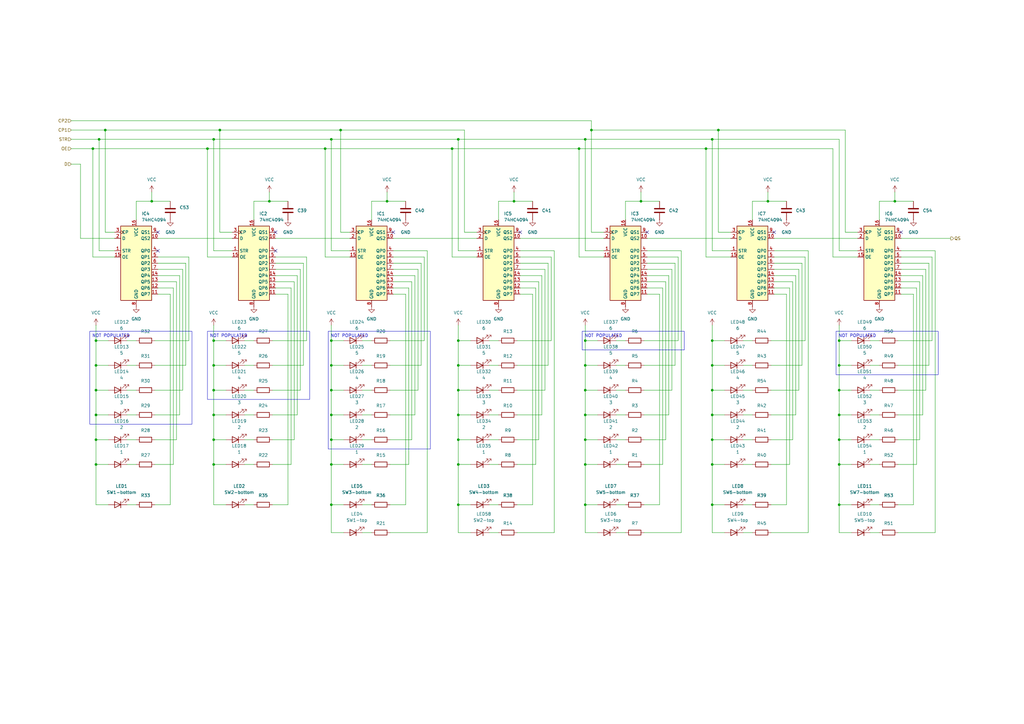
<source format=kicad_sch>
(kicad_sch (version 20231120) (generator "eeschema") (generator_version "8.0")
  (paper "A3")
  (title_block (title "Nova System Top Board") (date "2024-05-22") (rev "01") (company "tc electronic") (comment 1 "Reverse Engineered!") (comment 2 "Front Panel selection LEDs"))
  (lib_symbols
    (symbol "Device:C" (pin_numbers hide) (pin_names (offset 0.254))
      (property "Reference" "C" (at 0.635 2.54 0))
      (property "Value" "C" (at 0.635 -2.54 0))
      (symbol "C_1_1"
        (pin passive line (at 0 3.81 270) (length 2.794) (name "~") (number "1"))
        (pin passive line (at 0 -3.81 90) (length 2.794) (name "~") (number "2"))
      )
    )
    (symbol "Device:LED" (pin_numbers hide) (pin_names (offset 1.016) hide)
      (property "Reference" "D" (at 0 2.54 0))
      (property "Value" "LED" (at 0 -2.54 0))
      (symbol "LED_1_1"
        (pin passive line (at -3.81 0 0) (length 2.54) (name "K") (number "1"))
        (pin passive line (at 3.81 0 180) (length 2.54) (name "A") (number "2"))
      )
    )
    (symbol "Device:R" (pin_numbers hide) (pin_names (offset 0))
      (property "Reference" "R" (at 2.032 0 90))
      (property "Value" "R" (at 0 0 90))
      (symbol "R_1_1"
        (pin passive line (at 0 3.81 270) (length 1.27) (name "~") (number "1"))
        (pin passive line (at 0 -3.81 90) (length 1.27) (name "~") (number "2"))
      )
    )
    (symbol "ProjectLib:4094"
      (property "Reference" "U" (at -9.398 16.764 0))
      (property "Value" "4094" (at -5.588 -20.066 0))
      (symbol "4094_1_1"
        (pin input line (at -8.89 2.54 0) (length 2.54) (name "STR") (number "1"))
        (pin output line (at 8.89 7.62 180) (length 2.54) (name "QS2") (number "10"))
        (pin output line (at 8.89 -15.24 180) (length 2.54) (name "QP7") (number "11"))
        (pin output line (at 8.89 -12.7 180) (length 2.54) (name "QP6") (number "12"))
        (pin output line (at 8.89 -10.16 180) (length 2.54) (name "QP5") (number "13"))
        (pin output line (at 8.89 -7.62 180) (length 2.54) (name "QP4") (number "14"))
        (pin input line (at -8.89 0 0) (length 2.54) (name "OE") (number "15"))
        (pin power_in line (at 0 15.24 270) (length 2.54) (name "VCC") (number "16"))
        (pin input line (at -8.89 7.62 0) (length 2.54) (name "D") (number "2"))
        (pin input clock (at -8.89 10.16 0) (length 2.54) (name "CP") (number "3"))
        (pin output line (at 8.89 2.54 180) (length 2.54) (name "QP0") (number "4"))
        (pin output line (at 8.89 0 180) (length 2.54) (name "QP1") (number "5"))
        (pin output line (at 8.89 -2.54 180) (length 2.54) (name "QP2") (number "6"))
        (pin output line (at 8.89 -5.08 180) (length 2.54) (name "QP3") (number "7"))
        (pin power_in line (at 0 -20.32 90) (length 2.54) (name "GND") (number "8"))
        (pin output line (at 8.89 10.16 180) (length 2.54) (name "QS1") (number "9"))
      )
    )
    (symbol "power:GND" (power) (pin_numbers hide) (pin_names (offset 0) hide)
      (property "Value" "GND" (at 0 -3.81 0))
      (symbol "GND_1_1"
        (pin power_in line (at 0 0 270) (length 0) (name "~") (number "1"))
      )
    )
    (symbol "power:VCC" (power) (pin_numbers hide) (pin_names (offset 0) hide)
      (property "Value" "VCC" (at 0 3.556 0))
      (symbol "VCC_1_1"
        (pin power_in line (at 0 0 90) (length 0) (name "~") (number "1"))
      )
    )
  )
  (junction (at 240.03 170.18))
  (junction (at 292.1 190.5))
  (junction (at 133.35 60.96))
  (junction (at 240.03 160.02))
  (junction (at 135.89 190.5))
  (junction (at 240.03 207.01))
  (junction (at 43.18 53.34))
  (junction (at 39.37 190.5))
  (junction (at 262.89 82.55))
  (junction (at 344.17 180.34))
  (junction (at 289.56 60.96))
  (junction (at 187.96 207.01))
  (junction (at 87.63 139.7))
  (junction (at 237.49 60.96))
  (junction (at 87.63 180.34))
  (junction (at 87.63 190.5))
  (junction (at 187.96 180.34))
  (junction (at 292.1 180.34))
  (junction (at 158.75 82.55))
  (junction (at 187.96 139.7))
  (junction (at 87.63 160.02))
  (junction (at 90.17 53.34))
  (junction (at 62.23 82.55))
  (junction (at 87.63 170.18))
  (junction (at 85.09 60.96))
  (junction (at 187.96 57.15))
  (junction (at 344.17 139.7))
  (junction (at 292.1 170.18))
  (junction (at 87.63 57.15))
  (junction (at 344.17 160.02))
  (junction (at 292.1 207.01))
  (junction (at 39.37 180.34))
  (junction (at 187.96 190.5))
  (junction (at 39.37 160.02))
  (junction (at 185.42 60.96))
  (junction (at 87.63 149.86))
  (junction (at 39.37 149.86))
  (junction (at 135.89 160.02))
  (junction (at 292.1 160.02))
  (junction (at 292.1 149.86))
  (junction (at 187.96 170.18))
  (junction (at 292.1 139.7))
  (junction (at 294.64 53.34))
  (junction (at 240.03 149.86))
  (junction (at 135.89 149.86))
  (junction (at 135.89 57.15))
  (junction (at 38.1 60.96))
  (junction (at 344.17 170.18))
  (junction (at 344.17 190.5))
  (junction (at 135.89 207.01))
  (junction (at 110.49 82.55))
  (junction (at 135.89 170.18))
  (junction (at 210.82 82.55))
  (junction (at 242.57 53.34))
  (junction (at 39.37 170.18))
  (junction (at 240.03 180.34))
  (junction (at 187.96 160.02))
  (junction (at 187.96 149.86))
  (junction (at 314.96 82.55))
  (junction (at 344.17 149.86))
  (junction (at 240.03 57.15))
  (junction (at 135.89 180.34))
  (junction (at 292.1 57.15))
  (junction (at 39.37 139.7))
  (junction (at 367.03 82.55))
  (junction (at 240.03 139.7))
  (junction (at 40.64 57.15))
  (junction (at 135.89 139.7))
  (junction (at 139.7 53.34))
  (junction (at 344.17 207.01))
  (junction (at 240.03 190.5))
  (no_connect (at 161.29 95.25))
  (no_connect (at 369.57 95.25))
  (no_connect (at 64.77 95.25))
  (no_connect (at 265.43 95.25))
  (no_connect (at 213.36 95.25))
  (no_connect (at 64.77 102.87))
  (no_connect (at 317.5 95.25))
  (no_connect (at 113.03 102.87))
  (no_connect (at 113.03 95.25))
  (wire (pts (xy 171.45 160.02) (xy 160.02 160.02)))
  (wire (pts (xy 74.93 160.02) (xy 63.5 160.02)))
  (wire (pts (xy 161.29 105.41) (xy 173.99 105.41)))
  (wire (pts (xy 264.16 207.01) (xy 270.51 207.01)))
  (wire (pts (xy 187.96 139.7) (xy 187.96 149.86)))
  (wire (pts (xy 382.27 105.41) (xy 382.27 139.7)))
  (wire (pts (xy 265.43 97.79) (xy 299.72 97.79)))
  (wire (pts (xy 123.19 110.49) (xy 123.19 160.02)))
  (wire (pts (xy 135.89 160.02) (xy 135.89 170.18)))
  (wire (pts (xy 135.89 57.15) (xy 187.96 57.15)))
  (wire (pts (xy 240.03 170.18) (xy 240.03 180.34)))
  (wire (pts (xy 317.5 110.49) (xy 327.66 110.49)))
  (wire (pts (xy 193.04 190.5) (xy 187.96 190.5)))
  (wire (pts (xy 212.09 218.44) (xy 227.33 218.44)))
  (wire (pts (xy 351.79 105.41) (xy 341.63 105.41)))
  (wire (pts (xy 158.75 78.74) (xy 158.75 82.55)))
  (wire (pts (xy 161.29 115.57) (xy 168.91 115.57)))
  (wire (pts (xy 100.33 170.18) (xy 104.14 170.18)))
  (wire (pts (xy 62.23 82.55) (xy 69.85 82.55)))
  (wire (pts (xy 200.66 180.34) (xy 204.47 180.34)))
  (wire (pts (xy 240.03 139.7) (xy 245.11 139.7)))
  (wire (pts (xy 204.47 90.17) (xy 204.47 82.55)))
  (wire (pts (xy 242.57 53.34) (xy 242.57 49.53)))
  (wire (pts (xy 124.46 149.86) (xy 111.76 149.86)))
  (wire (pts (xy 168.91 115.57) (xy 168.91 180.34)))
  (wire (pts (xy 292.1 170.18) (xy 292.1 180.34)))
  (wire (pts (xy 200.66 218.44) (xy 204.47 218.44)))
  (wire (pts (xy 39.37 149.86) (xy 39.37 160.02)))
  (wire (pts (xy 187.96 218.44) (xy 193.04 218.44)))
  (wire (pts (xy 148.59 170.18) (xy 152.4 170.18)))
  (wire (pts (xy 240.03 133.35) (xy 240.03 139.7)))
  (wire (pts (xy 113.03 118.11) (xy 119.38 118.11)))
  (wire (pts (xy 195.58 95.25) (xy 190.5 95.25)))
  (wire (pts (xy 276.86 107.95) (xy 276.86 149.86)))
  (wire (pts (xy 160.02 218.44) (xy 175.26 218.44)))
  (wire (pts (xy 344.17 149.86) (xy 349.25 149.86)))
  (wire (pts (xy 356.87 218.44) (xy 360.68 218.44)))
  (wire (pts (xy 271.78 118.11) (xy 271.78 190.5)))
  (wire (pts (xy 292.1 57.15) (xy 344.17 57.15)))
  (wire (pts (xy 135.89 180.34) (xy 135.89 190.5)))
  (wire (pts (xy 135.89 180.34) (xy 140.97 180.34)))
  (wire (pts (xy 265.43 113.03) (xy 274.32 113.03)))
  (wire (pts (xy 121.92 170.18) (xy 111.76 170.18)))
  (wire (pts (xy 224.79 149.86) (xy 212.09 149.86)))
  (wire (pts (xy 148.59 207.01) (xy 152.4 207.01)))
  (wire (pts (xy 308.61 90.17) (xy 308.61 82.55)))
  (wire (pts (xy 294.64 53.34) (xy 346.71 53.34)))
  (wire (pts (xy 64.77 113.03) (xy 73.66 113.03)))
  (wire (pts (xy 39.37 149.86) (xy 44.45 149.86)))
  (wire (pts (xy 252.73 170.18) (xy 256.54 170.18)))
  (wire (pts (xy 140.97 190.5) (xy 135.89 190.5)))
  (wire (pts (xy 270.51 207.01) (xy 270.51 120.65)))
  (wire (pts (xy 327.66 160.02) (xy 316.23 160.02)))
  (wire (pts (xy 74.93 110.49) (xy 74.93 160.02)))
  (wire (pts (xy 240.03 149.86) (xy 240.03 160.02)))
  (wire (pts (xy 262.89 82.55) (xy 270.51 82.55)))
  (wire (pts (xy 344.17 139.7) (xy 349.25 139.7)))
  (wire (pts (xy 330.2 139.7) (xy 316.23 139.7)))
  (wire (pts (xy 100.33 139.7) (xy 104.14 139.7)))
  (wire (pts (xy 240.03 149.86) (xy 245.11 149.86)))
  (wire (pts (xy 328.93 107.95) (xy 328.93 149.86)))
  (wire (pts (xy 240.03 180.34) (xy 245.11 180.34)))
  (wire (pts (xy 187.96 133.35) (xy 187.96 139.7)))
  (wire (pts (xy 245.11 190.5) (xy 240.03 190.5)))
  (wire (pts (xy 135.89 190.5) (xy 135.89 207.01)))
  (wire (pts (xy 161.29 118.11) (xy 167.64 118.11)))
  (wire (pts (xy 344.17 160.02) (xy 344.17 170.18)))
  (wire (pts (xy 292.1 139.7) (xy 297.18 139.7)))
  (wire (pts (xy 175.26 218.44) (xy 175.26 102.87)))
  (wire (pts (xy 110.49 78.74) (xy 110.49 82.55)))
  (wire (pts (xy 200.66 207.01) (xy 204.47 207.01)))
  (wire (pts (xy 327.66 110.49) (xy 327.66 160.02)))
  (wire (pts (xy 344.17 170.18) (xy 344.17 180.34)))
  (wire (pts (xy 38.1 60.96) (xy 85.09 60.96)))
  (wire (pts (xy 227.33 218.44) (xy 227.33 102.87)))
  (wire (pts (xy 69.85 207.01) (xy 69.85 120.65)))
  (wire (pts (xy 356.87 190.5) (xy 360.68 190.5)))
  (wire (pts (xy 242.57 95.25) (xy 242.57 53.34)))
  (wire (pts (xy 304.8 149.86) (xy 308.61 149.86)))
  (wire (pts (xy 111.76 207.01) (xy 118.11 207.01)))
  (wire (pts (xy 375.92 190.5) (xy 368.3 190.5)))
  (wire (pts (xy 135.89 149.86) (xy 135.89 160.02)))
  (wire (pts (xy 360.68 82.55) (xy 367.03 82.55)))
  (wire (pts (xy 187.96 160.02) (xy 193.04 160.02)))
  (wire (pts (xy 317.5 115.57) (xy 325.12 115.57)))
  (wire (pts (xy 39.37 160.02) (xy 39.37 170.18)))
  (wire (pts (xy 344.17 170.18) (xy 349.25 170.18)))
  (wire (pts (xy 90.17 53.34) (xy 139.7 53.34)))
  (wire (pts (xy 204.47 82.55) (xy 210.82 82.55)))
  (wire (pts (xy 85.09 105.41) (xy 85.09 60.96)))
  (wire (pts (xy 120.65 115.57) (xy 120.65 180.34)))
  (wire (pts (xy 120.65 180.34) (xy 111.76 180.34)))
  (wire (pts (xy 195.58 102.87) (xy 187.96 102.87)))
  (wire (pts (xy 33.02 67.31) (xy 33.02 97.79)))
  (wire (pts (xy 292.1 160.02) (xy 297.18 160.02)))
  (wire (pts (xy 314.96 78.74) (xy 314.96 82.55)))
  (wire (pts (xy 64.77 97.79) (xy 95.25 97.79)))
  (wire (pts (xy 40.64 57.15) (xy 87.63 57.15)))
  (wire (pts (xy 104.14 82.55) (xy 110.49 82.55)))
  (wire (pts (xy 256.54 82.55) (xy 262.89 82.55)))
  (wire (pts (xy 316.23 218.44) (xy 331.47 218.44)))
  (wire (pts (xy 240.03 57.15) (xy 292.1 57.15)))
  (wire (pts (xy 135.89 170.18) (xy 135.89 180.34)))
  (wire (pts (xy 341.63 105.41) (xy 341.63 60.96)))
  (wire (pts (xy 160.02 207.01) (xy 166.37 207.01)))
  (wire (pts (xy 304.8 207.01) (xy 308.61 207.01)))
  (wire (pts (xy 356.87 139.7) (xy 360.68 139.7)))
  (wire (pts (xy 73.66 170.18) (xy 63.5 170.18)))
  (wire (pts (xy 317.5 113.03) (xy 326.39 113.03)))
  (wire (pts (xy 121.92 113.03) (xy 121.92 170.18)))
  (wire (pts (xy 213.36 97.79) (xy 247.65 97.79)))
  (wire (pts (xy 148.59 218.44) (xy 152.4 218.44)))
  (wire (pts (xy 39.37 180.34) (xy 44.45 180.34)))
  (wire (pts (xy 219.71 118.11) (xy 219.71 190.5)))
  (wire (pts (xy 161.29 110.49) (xy 171.45 110.49)))
  (wire (pts (xy 292.1 207.01) (xy 297.18 207.01)))
  (wire (pts (xy 113.03 97.79) (xy 143.51 97.79)))
  (wire (pts (xy 100.33 180.34) (xy 104.14 180.34)))
  (wire (pts (xy 168.91 180.34) (xy 160.02 180.34)))
  (wire (pts (xy 213.36 113.03) (xy 222.25 113.03)))
  (wire (pts (xy 317.5 107.95) (xy 328.93 107.95)))
  (wire (pts (xy 92.71 190.5) (xy 87.63 190.5)))
  (wire (pts (xy 304.8 160.02) (xy 308.61 160.02)))
  (wire (pts (xy 212.09 207.01) (xy 218.44 207.01)))
  (wire (pts (xy 39.37 207.01) (xy 44.45 207.01)))
  (wire (pts (xy 375.92 118.11) (xy 375.92 190.5)))
  (wire (pts (xy 264.16 218.44) (xy 279.4 218.44)))
  (wire (pts (xy 87.63 180.34) (xy 92.71 180.34)))
  (wire (pts (xy 185.42 105.41) (xy 185.42 60.96)))
  (wire (pts (xy 135.89 160.02) (xy 140.97 160.02)))
  (wire (pts (xy 187.96 170.18) (xy 187.96 180.34)))
  (wire (pts (xy 39.37 139.7) (xy 44.45 139.7)))
  (wire (pts (xy 29.21 53.34) (xy 43.18 53.34)))
  (wire (pts (xy 240.03 207.01) (xy 240.03 218.44)))
  (wire (pts (xy 113.03 107.95) (xy 124.46 107.95)))
  (wire (pts (xy 330.2 105.41) (xy 330.2 139.7)))
  (wire (pts (xy 292.1 149.86) (xy 297.18 149.86)))
  (wire (pts (xy 213.36 107.95) (xy 224.79 107.95)))
  (wire (pts (xy 152.4 82.55) (xy 158.75 82.55)))
  (wire (pts (xy 200.66 190.5) (xy 204.47 190.5)))
  (wire (pts (xy 87.63 160.02) (xy 87.63 170.18)))
  (wire (pts (xy 240.03 160.02) (xy 240.03 170.18)))
  (wire (pts (xy 148.59 160.02) (xy 152.4 160.02)))
  (wire (pts (xy 252.73 218.44) (xy 256.54 218.44)))
  (wire (pts (xy 40.64 57.15) (xy 40.64 102.87)))
  (wire (pts (xy 383.54 102.87) (xy 369.57 102.87)))
  (wire (pts (xy 292.1 160.02) (xy 292.1 170.18)))
  (wire (pts (xy 87.63 149.86) (xy 87.63 160.02)))
  (wire (pts (xy 294.64 95.25) (xy 294.64 53.34)))
  (wire (pts (xy 292.1 190.5) (xy 292.1 207.01)))
  (wire (pts (xy 316.23 207.01) (xy 322.58 207.01)))
  (wire (pts (xy 382.27 139.7) (xy 368.3 139.7)))
  (wire (pts (xy 44.45 190.5) (xy 39.37 190.5)))
  (wire (pts (xy 317.5 105.41) (xy 330.2 105.41)))
  (wire (pts (xy 52.07 180.34) (xy 55.88 180.34)))
  (wire (pts (xy 356.87 207.01) (xy 360.68 207.01)))
  (wire (pts (xy 46.99 95.25) (xy 43.18 95.25)))
  (wire (pts (xy 322.58 120.65) (xy 317.5 120.65)))
  (wire (pts (xy 135.89 102.87) (xy 135.89 57.15)))
  (wire (pts (xy 265.43 107.95) (xy 276.86 107.95)))
  (wire (pts (xy 368.3 207.01) (xy 374.65 207.01)))
  (wire (pts (xy 200.66 160.02) (xy 204.47 160.02)))
  (wire (pts (xy 252.73 139.7) (xy 256.54 139.7)))
  (wire (pts (xy 52.07 149.86) (xy 55.88 149.86)))
  (wire (pts (xy 252.73 180.34) (xy 256.54 180.34)))
  (wire (pts (xy 240.03 180.34) (xy 240.03 190.5)))
  (wire (pts (xy 87.63 57.15) (xy 135.89 57.15)))
  (wire (pts (xy 113.03 105.41) (xy 125.73 105.41)))
  (wire (pts (xy 200.66 149.86) (xy 204.47 149.86)))
  (wire (pts (xy 52.07 160.02) (xy 55.88 160.02)))
  (wire (pts (xy 242.57 53.34) (xy 294.64 53.34)))
  (wire (pts (xy 29.21 49.53) (xy 242.57 49.53)))
  (wire (pts (xy 135.89 207.01) (xy 140.97 207.01)))
  (wire (pts (xy 33.02 97.79) (xy 46.99 97.79)))
  (wire (pts (xy 43.18 95.25) (xy 43.18 53.34)))
  (wire (pts (xy 278.13 105.41) (xy 278.13 139.7)))
  (wire (pts (xy 133.35 60.96) (xy 185.42 60.96)))
  (wire (pts (xy 344.17 207.01) (xy 349.25 207.01)))
  (wire (pts (xy 325.12 115.57) (xy 325.12 180.34)))
  (wire (pts (xy 279.4 218.44) (xy 279.4 102.87)))
  (wire (pts (xy 381 107.95) (xy 381 149.86)))
  (wire (pts (xy 344.17 180.34) (xy 344.17 190.5)))
  (wire (pts (xy 314.96 82.55) (xy 322.58 82.55)))
  (wire (pts (xy 95.25 95.25) (xy 90.17 95.25)))
  (wire (pts (xy 187.96 180.34) (xy 187.96 190.5)))
  (wire (pts (xy 52.07 207.01) (xy 55.88 207.01)))
  (wire (pts (xy 240.03 170.18) (xy 245.11 170.18)))
  (wire (pts (xy 292.1 218.44) (xy 297.18 218.44)))
  (wire (pts (xy 247.65 102.87) (xy 240.03 102.87)))
  (wire (pts (xy 304.8 218.44) (xy 308.61 218.44)))
  (wire (pts (xy 210.82 82.55) (xy 218.44 82.55)))
  (wire (pts (xy 187.96 207.01) (xy 187.96 218.44)))
  (wire (pts (xy 304.8 170.18) (xy 308.61 170.18)))
  (wire (pts (xy 190.5 53.34) (xy 190.5 95.25)))
  (wire (pts (xy 344.17 149.86) (xy 344.17 160.02)))
  (wire (pts (xy 292.1 133.35) (xy 292.1 139.7)))
  (wire (pts (xy 187.96 149.86) (xy 187.96 160.02)))
  (wire (pts (xy 95.25 105.41) (xy 85.09 105.41)))
  (wire (pts (xy 351.79 95.25) (xy 346.71 95.25)))
  (wire (pts (xy 240.03 102.87) (xy 240.03 57.15)))
  (wire (pts (xy 349.25 190.5) (xy 344.17 190.5)))
  (wire (pts (xy 158.75 82.55) (xy 166.37 82.55)))
  (wire (pts (xy 104.14 90.17) (xy 104.14 82.55)))
  (wire (pts (xy 77.47 105.41) (xy 77.47 139.7)))
  (wire (pts (xy 135.89 139.7) (xy 135.89 149.86)))
  (wire (pts (xy 87.63 190.5) (xy 87.63 207.01)))
  (wire (pts (xy 304.8 139.7) (xy 308.61 139.7)))
  (wire (pts (xy 46.99 102.87) (xy 40.64 102.87)))
  (wire (pts (xy 270.51 120.65) (xy 265.43 120.65)))
  (wire (pts (xy 273.05 180.34) (xy 264.16 180.34)))
  (wire (pts (xy 356.87 170.18) (xy 360.68 170.18)))
  (wire (pts (xy 273.05 115.57) (xy 273.05 180.34)))
  (wire (pts (xy 369.57 105.41) (xy 382.27 105.41)))
  (wire (pts (xy 374.65 120.65) (xy 369.57 120.65)))
  (wire (pts (xy 252.73 190.5) (xy 256.54 190.5)))
  (wire (pts (xy 265.43 105.41) (xy 278.13 105.41)))
  (wire (pts (xy 195.58 105.41) (xy 185.42 105.41)))
  (wire (pts (xy 135.89 139.7) (xy 140.97 139.7)))
  (wire (pts (xy 113.03 110.49) (xy 123.19 110.49)))
  (wire (pts (xy 325.12 180.34) (xy 316.23 180.34)))
  (wire (pts (xy 271.78 190.5) (xy 264.16 190.5)))
  (wire (pts (xy 63.5 207.01) (xy 69.85 207.01)))
  (wire (pts (xy 344.17 218.44) (xy 349.25 218.44)))
  (wire (pts (xy 218.44 120.65) (xy 213.36 120.65)))
  (wire (pts (xy 87.63 149.86) (xy 92.71 149.86)))
  (wire (pts (xy 213.36 118.11) (xy 219.71 118.11)))
  (wire (pts (xy 226.06 139.7) (xy 212.09 139.7)))
  (wire (pts (xy 187.96 57.15) (xy 240.03 57.15)))
  (wire (pts (xy 76.2 107.95) (xy 76.2 149.86)))
  (wire (pts (xy 328.93 149.86) (xy 316.23 149.86)))
  (wire (pts (xy 331.47 102.87) (xy 317.5 102.87)))
  (wire (pts (xy 187.96 160.02) (xy 187.96 170.18)))
  (wire (pts (xy 274.32 113.03) (xy 274.32 170.18)))
  (wire (pts (xy 52.07 139.7) (xy 55.88 139.7)))
  (wire (pts (xy 278.13 139.7) (xy 264.16 139.7)))
  (wire (pts (xy 252.73 207.01) (xy 256.54 207.01)))
  (wire (pts (xy 297.18 190.5) (xy 292.1 190.5)))
  (wire (pts (xy 344.17 207.01) (xy 344.17 218.44)))
  (wire (pts (xy 265.43 110.49) (xy 275.59 110.49)))
  (wire (pts (xy 369.57 110.49) (xy 379.73 110.49)))
  (wire (pts (xy 379.73 110.49) (xy 379.73 160.02)))
  (wire (pts (xy 252.73 160.02) (xy 256.54 160.02)))
  (wire (pts (xy 46.99 105.41) (xy 38.1 105.41)))
  (wire (pts (xy 69.85 120.65) (xy 64.77 120.65)))
  (wire (pts (xy 85.09 60.96) (xy 133.35 60.96)))
  (wire (pts (xy 292.1 180.34) (xy 297.18 180.34)))
  (wire (pts (xy 135.89 133.35) (xy 135.89 139.7)))
  (wire (pts (xy 173.99 105.41) (xy 173.99 139.7)))
  (wire (pts (xy 64.77 118.11) (xy 71.12 118.11)))
  (wire (pts (xy 76.2 149.86) (xy 63.5 149.86)))
  (wire (pts (xy 143.51 105.41) (xy 133.35 105.41)))
  (wire (pts (xy 39.37 139.7) (xy 39.37 149.86)))
  (wire (pts (xy 247.65 95.25) (xy 242.57 95.25)))
  (wire (pts (xy 369.57 118.11) (xy 375.92 118.11)))
  (wire (pts (xy 62.23 78.74) (xy 62.23 82.55)))
  (wire (pts (xy 161.29 113.03) (xy 170.18 113.03)))
  (wire (pts (xy 77.47 139.7) (xy 63.5 139.7)))
  (wire (pts (xy 223.52 160.02) (xy 212.09 160.02)))
  (wire (pts (xy 274.32 170.18) (xy 264.16 170.18)))
  (wire (pts (xy 87.63 139.7) (xy 87.63 149.86)))
  (wire (pts (xy 39.37 190.5) (xy 39.37 207.01)))
  (wire (pts (xy 100.33 160.02) (xy 104.14 160.02)))
  (wire (pts (xy 170.18 113.03) (xy 170.18 170.18)))
  (wire (pts (xy 240.03 160.02) (xy 245.11 160.02)))
  (wire (pts (xy 379.73 160.02) (xy 368.3 160.02)))
  (wire (pts (xy 240.03 218.44) (xy 245.11 218.44)))
  (wire (pts (xy 279.4 102.87) (xy 265.43 102.87)))
  (wire (pts (xy 133.35 105.41) (xy 133.35 60.96)))
  (wire (pts (xy 360.68 90.17) (xy 360.68 82.55)))
  (wire (pts (xy 331.47 218.44) (xy 331.47 102.87)))
  (wire (pts (xy 326.39 170.18) (xy 316.23 170.18)))
  (wire (pts (xy 378.46 113.03) (xy 378.46 170.18)))
  (wire (pts (xy 344.17 133.35) (xy 344.17 139.7)))
  (wire (pts (xy 368.3 218.44) (xy 383.54 218.44)))
  (wire (pts (xy 227.33 102.87) (xy 213.36 102.87)))
  (wire (pts (xy 218.44 207.01) (xy 218.44 120.65)))
  (wire (pts (xy 213.36 105.41) (xy 226.06 105.41)))
  (wire (pts (xy 369.57 97.79) (xy 389.89 97.79)))
  (wire (pts (xy 276.86 149.86) (xy 264.16 149.86)))
  (wire (pts (xy 100.33 149.86) (xy 104.14 149.86)))
  (wire (pts (xy 172.72 107.95) (xy 172.72 149.86)))
  (wire (pts (xy 292.1 207.01) (xy 292.1 218.44)))
  (wire (pts (xy 292.1 102.87) (xy 292.1 57.15)))
  (wire (pts (xy 29.21 57.15) (xy 40.64 57.15)))
  (wire (pts (xy 52.07 190.5) (xy 55.88 190.5)))
  (wire (pts (xy 323.85 190.5) (xy 316.23 190.5)))
  (wire (pts (xy 110.49 82.55) (xy 118.11 82.55)))
  (wire (pts (xy 344.17 160.02) (xy 349.25 160.02)))
  (wire (pts (xy 64.77 105.41) (xy 77.47 105.41)))
  (wire (pts (xy 369.57 113.03) (xy 378.46 113.03)))
  (wire (pts (xy 135.89 170.18) (xy 140.97 170.18)))
  (wire (pts (xy 175.26 102.87) (xy 161.29 102.87)))
  (wire (pts (xy 167.64 118.11) (xy 167.64 190.5)))
  (wire (pts (xy 161.29 107.95) (xy 172.72 107.95)))
  (wire (pts (xy 71.12 190.5) (xy 63.5 190.5)))
  (wire (pts (xy 95.25 102.87) (xy 87.63 102.87)))
  (wire (pts (xy 166.37 120.65) (xy 161.29 120.65)))
  (wire (pts (xy 187.96 102.87) (xy 187.96 57.15)))
  (wire (pts (xy 139.7 95.25) (xy 139.7 53.34)))
  (wire (pts (xy 64.77 115.57) (xy 72.39 115.57)))
  (wire (pts (xy 344.17 102.87) (xy 344.17 57.15)))
  (wire (pts (xy 326.39 113.03) (xy 326.39 170.18)))
  (wire (pts (xy 87.63 133.35) (xy 87.63 139.7)))
  (wire (pts (xy 378.46 170.18) (xy 368.3 170.18)))
  (wire (pts (xy 240.03 139.7) (xy 240.03 149.86)))
  (wire (pts (xy 187.96 190.5) (xy 187.96 207.01)))
  (wire (pts (xy 210.82 78.74) (xy 210.82 82.55)))
  (wire (pts (xy 118.11 207.01) (xy 118.11 120.65)))
  (wire (pts (xy 52.07 170.18) (xy 55.88 170.18)))
  (wire (pts (xy 299.72 95.25) (xy 294.64 95.25)))
  (wire (pts (xy 344.17 180.34) (xy 349.25 180.34)))
  (wire (pts (xy 148.59 139.7) (xy 152.4 139.7)))
  (wire (pts (xy 87.63 102.87) (xy 87.63 57.15)))
  (wire (pts (xy 187.96 180.34) (xy 193.04 180.34)))
  (wire (pts (xy 148.59 180.34) (xy 152.4 180.34)))
  (wire (pts (xy 187.96 149.86) (xy 193.04 149.86)))
  (wire (pts (xy 377.19 180.34) (xy 368.3 180.34)))
  (wire (pts (xy 39.37 170.18) (xy 39.37 180.34)))
  (wire (pts (xy 100.33 207.01) (xy 104.14 207.01)))
  (wire (pts (xy 322.58 207.01) (xy 322.58 120.65)))
  (wire (pts (xy 200.66 139.7) (xy 204.47 139.7)))
  (wire (pts (xy 220.98 115.57) (xy 220.98 180.34)))
  (wire (pts (xy 90.17 95.25) (xy 90.17 53.34)))
  (wire (pts (xy 125.73 105.41) (xy 125.73 139.7)))
  (wire (pts (xy 123.19 160.02) (xy 111.76 160.02)))
  (wire (pts (xy 173.99 139.7) (xy 160.02 139.7)))
  (wire (pts (xy 344.17 190.5) (xy 344.17 207.01)))
  (wire (pts (xy 275.59 110.49) (xy 275.59 160.02)))
  (wire (pts (xy 148.59 149.86) (xy 152.4 149.86)))
  (wire (pts (xy 185.42 60.96) (xy 237.49 60.96)))
  (wire (pts (xy 172.72 149.86) (xy 160.02 149.86)))
  (wire (pts (xy 64.77 107.95) (xy 76.2 107.95)))
  (wire (pts (xy 143.51 95.25) (xy 139.7 95.25)))
  (wire (pts (xy 87.63 160.02) (xy 92.71 160.02)))
  (wire (pts (xy 222.25 113.03) (xy 222.25 170.18)))
  (wire (pts (xy 38.1 105.41) (xy 38.1 60.96)))
  (wire (pts (xy 39.37 180.34) (xy 39.37 190.5)))
  (wire (pts (xy 29.21 60.96) (xy 38.1 60.96)))
  (wire (pts (xy 43.18 53.34) (xy 90.17 53.34)))
  (wire (pts (xy 381 149.86) (xy 368.3 149.86)))
  (wire (pts (xy 213.36 115.57) (xy 220.98 115.57)))
  (wire (pts (xy 351.79 102.87) (xy 344.17 102.87)))
  (wire (pts (xy 87.63 180.34) (xy 87.63 190.5)))
  (wire (pts (xy 292.1 139.7) (xy 292.1 149.86)))
  (wire (pts (xy 72.39 115.57) (xy 72.39 180.34)))
  (wire (pts (xy 87.63 207.01) (xy 92.71 207.01)))
  (wire (pts (xy 135.89 149.86) (xy 140.97 149.86)))
  (wire (pts (xy 299.72 102.87) (xy 292.1 102.87)))
  (wire (pts (xy 265.43 115.57) (xy 273.05 115.57)))
  (wire (pts (xy 113.03 115.57) (xy 120.65 115.57)))
  (wire (pts (xy 113.03 113.03) (xy 121.92 113.03)))
  (wire (pts (xy 87.63 139.7) (xy 92.71 139.7)))
  (wire (pts (xy 240.03 207.01) (xy 245.11 207.01)))
  (wire (pts (xy 317.5 118.11) (xy 323.85 118.11)))
  (wire (pts (xy 55.88 82.55) (xy 62.23 82.55)))
  (wire (pts (xy 55.88 90.17) (xy 55.88 82.55)))
  (wire (pts (xy 369.57 115.57) (xy 377.19 115.57)))
  (wire (pts (xy 317.5 97.79) (xy 351.79 97.79)))
  (wire (pts (xy 87.63 170.18) (xy 87.63 180.34)))
  (wire (pts (xy 167.64 190.5) (xy 160.02 190.5)))
  (wire (pts (xy 170.18 170.18) (xy 160.02 170.18)))
  (wire (pts (xy 262.89 78.74) (xy 262.89 82.55)))
  (wire (pts (xy 356.87 160.02) (xy 360.68 160.02)))
  (wire (pts (xy 135.89 207.01) (xy 135.89 218.44)))
  (wire (pts (xy 148.59 190.5) (xy 152.4 190.5)))
  (wire (pts (xy 187.96 170.18) (xy 193.04 170.18)))
  (wire (pts (xy 166.37 207.01) (xy 166.37 120.65)))
  (wire (pts (xy 39.37 170.18) (xy 44.45 170.18)))
  (wire (pts (xy 292.1 170.18) (xy 297.18 170.18)))
  (wire (pts (xy 323.85 118.11) (xy 323.85 190.5)))
  (wire (pts (xy 125.73 139.7) (xy 111.76 139.7)))
  (wire (pts (xy 377.19 115.57) (xy 377.19 180.34)))
  (wire (pts (xy 292.1 149.86) (xy 292.1 160.02)))
  (wire (pts (xy 119.38 118.11) (xy 119.38 190.5)))
  (wire (pts (xy 213.36 110.49) (xy 223.52 110.49)))
  (wire (pts (xy 304.8 190.5) (xy 308.61 190.5)))
  (wire (pts (xy 161.29 97.79) (xy 195.58 97.79)))
  (wire (pts (xy 152.4 90.17) (xy 152.4 82.55)))
  (wire (pts (xy 139.7 53.34) (xy 190.5 53.34)))
  (wire (pts (xy 220.98 180.34) (xy 212.09 180.34)))
  (wire (pts (xy 367.03 82.55) (xy 374.65 82.55)))
  (wire (pts (xy 73.66 113.03) (xy 73.66 170.18)))
  (wire (pts (xy 308.61 82.55) (xy 314.96 82.55)))
  (wire (pts (xy 171.45 110.49) (xy 171.45 160.02)))
  (wire (pts (xy 124.46 107.95) (xy 124.46 149.86)))
  (wire (pts (xy 369.57 107.95) (xy 381 107.95)))
  (wire (pts (xy 292.1 180.34) (xy 292.1 190.5)))
  (wire (pts (xy 346.71 95.25) (xy 346.71 53.34)))
  (wire (pts (xy 344.17 139.7) (xy 344.17 149.86)))
  (wire (pts (xy 252.73 149.86) (xy 256.54 149.86)))
  (wire (pts (xy 247.65 105.41) (xy 237.49 105.41)))
  (wire (pts (xy 222.25 170.18) (xy 212.09 170.18)))
  (wire (pts (xy 289.56 105.41) (xy 289.56 60.96)))
  (wire (pts (xy 240.03 190.5) (xy 240.03 207.01)))
  (wire (pts (xy 356.87 149.86) (xy 360.68 149.86)))
  (wire (pts (xy 87.63 170.18) (xy 92.71 170.18)))
  (wire (pts (xy 219.71 190.5) (xy 212.09 190.5)))
  (wire (pts (xy 187.96 207.01) (xy 193.04 207.01)))
  (wire (pts (xy 200.66 170.18) (xy 204.47 170.18)))
  (wire (pts (xy 143.51 102.87) (xy 135.89 102.87)))
  (wire (pts (xy 39.37 160.02) (xy 44.45 160.02)))
  (wire (pts (xy 299.72 105.41) (xy 289.56 105.41)))
  (wire (pts (xy 71.12 118.11) (xy 71.12 190.5)))
  (wire (pts (xy 135.89 218.44) (xy 140.97 218.44)))
  (wire (pts (xy 100.33 190.5) (xy 104.14 190.5)))
  (wire (pts (xy 383.54 218.44) (xy 383.54 102.87)))
  (wire (pts (xy 237.49 60.96) (xy 289.56 60.96)))
  (wire (pts (xy 72.39 180.34) (xy 63.5 180.34)))
  (wire (pts (xy 187.96 139.7) (xy 193.04 139.7)))
  (wire (pts (xy 374.65 207.01) (xy 374.65 120.65)))
  (wire (pts (xy 224.79 107.95) (xy 224.79 149.86)))
  (wire (pts (xy 256.54 90.17) (xy 256.54 82.55)))
  (wire (pts (xy 119.38 190.5) (xy 111.76 190.5)))
  (wire (pts (xy 275.59 160.02) (xy 264.16 160.02)))
  (wire (pts (xy 118.11 120.65) (xy 113.03 120.65)))
  (wire (pts (xy 356.87 180.34) (xy 360.68 180.34)))
  (wire (pts (xy 226.06 105.41) (xy 226.06 139.7)))
  (wire (pts (xy 64.77 110.49) (xy 74.93 110.49)))
  (wire (pts (xy 29.21 67.31) (xy 33.02 67.31)))
  (wire (pts (xy 304.8 180.34) (xy 308.61 180.34)))
  (wire (pts (xy 367.03 78.74) (xy 367.03 82.55)))
  (wire (pts (xy 265.43 118.11) (xy 271.78 118.11)))
  (wire (pts (xy 289.56 60.96) (xy 341.63 60.96)))
  (wire (pts (xy 223.52 110.49) (xy 223.52 160.02)))
  (wire (pts (xy 39.37 133.35) (xy 39.37 139.7)))
  (wire (pts (xy 237.49 105.41) (xy 237.49 60.96)))
  (text_box "NOT POPULATED" (at 238.76 135.89 0) (size 41.91 7.62) (effects (font (size 1.27 1.27)) (justify left top)))
  (text_box "NOT POPULATED" (at 134.62 135.89 0) (size 41.91 48.26) (effects (font (size 1.27 1.27)) (justify left top)))
  (text_box "NOT POPULATED" (at 342.9 135.89 0) (size 41.91 17.78) (effects (font (size 1.27 1.27)) (justify left top)))
  (text_box "NOT POPULATED" (at 36.83 135.89 0) (size 41.91 38.1) (effects (font (size 1.27 1.27)) (justify left top)))
  (text_box "NOT POPULATED" (at 85.09 135.89 0) (size 41.91 27.94) (effects (font (size 1.27 1.27)) (justify left top)))
  (hierarchical_label "D" (shape input) (at 29.21 67.31 180))
  (hierarchical_label "STR" (shape input) (at 29.21 57.15 180))
  (hierarchical_label "QS" (shape output) (at 389.89 97.79 0))
  (hierarchical_label "OE" (shape input) (at 29.21 60.96 180))
  (hierarchical_label "CP2" (shape input) (at 29.21 49.53 180))
  (hierarchical_label "CP1" (shape input) (at 29.21 53.34 180))
  (symbol (lib_id "power:VCC") (at 110.49 78.74 0) (unit 1)
    (property "Reference" "#PWR09" (effects (hide yes)))
    (property "Value" "VCC" (at 110.49 73.66 0))
    (property "Description" "Power symbol creates a global label with name \"VCC\"" (effects (hide yes)))
  )
  (symbol (lib_id "Device:R") (at 364.49 180.34 90) (unit 1)
    (property "Reference" "R46" (at 364.49 176.53 90))
    (property "Value" "681" (effects (hide yes)))
    (property "Description" "Resistor" (effects (hide yes)))
  )
  (symbol (lib_id "Device:R") (at 312.42 190.5 90) (unit 1)
    (property "Reference" "R40" (at 312.42 186.69 90))
    (property "Value" "681" (effects (hide yes)))
    (property "Description" "Resistor" (effects (hide yes)))
  )
  (symbol (lib_id "power:GND") (at 308.61 125.73 0) (unit 1)
    (property "Reference" "#PWR024" (effects (hide yes)))
    (property "Value" "GND" (at 308.61 130.81 0))
    (property "Description" "Power symbol creates a global label with name \"GND\" , ground" (effects (hide yes)))
  )
  (symbol (lib_id "power:VCC") (at 292.1 133.35 0) (unit 1)
    (property "Reference" "#PWR023" (effects (hide yes)))
    (property "Value" "VCC" (at 292.1 128.27 0))
    (property "Description" "Power symbol creates a global label with name \"VCC\"" (effects (hide yes)))
  )
  (symbol (lib_id "Device:LED") (at 300.99 180.34 180) (unit 1)
    (property "Reference" "LED44" (at 302.5775 172.72 0))
    (property "Value" "2" (at 302.5775 175.26 0))
    (property "Description" "Light emitting diode" (effects (hide yes)))
  )
  (symbol (lib_id "Device:R") (at 107.95 207.01 90) (unit 1)
    (property "Reference" "R35" (at 107.95 203.2 90))
    (property "Description" "Resistor" (effects (hide yes)))
  )
  (symbol (lib_id "Device:LED") (at 353.06 139.7 180) (unit 1)
    (property "Reference" "LED49" (at 354.6475 132.08 0))
    (property "Value" "6" (at 354.6475 134.62 0))
    (property "Description" "Light emitting diode" (effects (hide yes)))
  )
  (symbol (lib_id "Device:R") (at 364.49 218.44 90) (unit 1)
    (property "Reference" "R51" (at 364.49 214.63 90))
    (property "Description" "Resistor" (effects (hide yes)))
  )
  (symbol (lib_id "Device:LED") (at 353.06 190.5 180) (unit 1)
    (property "Reference" "LED54" (at 354.6475 182.88 0))
    (property "Value" "1" (at 354.6475 185.42 0))
    (property "Description" "Light emitting diode" (effects (hide yes)))
  )
  (symbol (lib_id "power:VCC") (at 240.03 133.35 0) (unit 1)
    (property "Reference" "#PWR019" (effects (hide yes)))
    (property "Value" "VCC" (at 240.03 128.27 0))
    (property "Description" "Power symbol creates a global label with name \"VCC\"" (effects (hide yes)))
  )
  (symbol (lib_id "Device:R") (at 59.69 160.02 90) (unit 1)
    (property "Reference" "R30" (at 59.69 156.21 90))
    (property "Value" "681" (effects (hide yes)))
    (property "Description" "Resistor" (effects (hide yes)))
  )
  (symbol (lib_id "Device:C") (at 374.65 86.36 0) (unit 1)
    (property "Reference" "C54" (at 378.46 86.3599 0) (effects (justify left)))
    (property "Value" "C" (effects (hide yes)))
    (property "Description" "Unpolarized capacitor" (effects (hide yes)))
  )
  (symbol (lib_id "Device:C") (at 69.85 86.36 0) (unit 1)
    (property "Reference" "C53" (at 73.66 85.0899 0) (effects (justify left)))
    (property "Value" "C" (effects (hide yes)))
    (property "Description" "Unpolarized capacitor" (effects (hide yes)))
  )
  (symbol (lib_id "Device:LED") (at 96.52 190.5 180) (unit 1)
    (property "Reference" "LED18" (at 98.1075 182.88 0))
    (property "Value" "1" (at 98.1075 185.42 0))
    (property "Description" "Light emitting diode" (effects (hide yes)))
  )
  (symbol (lib_id "Device:LED") (at 144.78 218.44 180) (unit 1)
    (property "Reference" "LED4" (at 146.3675 210.82 0))
    (property "Value" "SW1-top" (at 146.3675 213.36 0))
    (property "Description" "Light emitting diode" (effects (hide yes)))
  )
  (symbol (lib_id "Device:R") (at 260.35 190.5 90) (unit 1)
    (property "Reference" "R1" (at 260.35 186.69 90))
    (property "Value" "681" (effects (hide yes)))
    (property "Description" "Resistor" (effects (hide yes)))
  )
  (symbol (lib_id "Device:R") (at 260.35 180.34 90) (unit 1)
    (property "Reference" "R2" (at 260.35 176.53 90))
    (property "Value" "681" (effects (hide yes)))
    (property "Description" "Resistor" (effects (hide yes)))
  )
  (symbol (lib_id "Device:R") (at 107.95 139.7 90) (unit 1)
    (property "Reference" "R27" (at 107.95 135.89 90))
    (property "Value" "681" (effects (hide yes)))
    (property "Description" "Resistor" (effects (hide yes)))
  )
  (symbol (lib_id "power:GND") (at 204.47 125.73 0) (unit 1)
    (property "Reference" "#PWR016" (effects (hide yes)))
    (property "Value" "GND" (at 204.47 130.81 0))
    (property "Description" "Power symbol creates a global label with name \"GND\" , ground" (effects (hide yes)))
  )
  (symbol (lib_id "Device:R") (at 107.95 180.34 90) (unit 1)
    (property "Reference" "R23" (at 107.95 176.53 90))
    (property "Value" "681" (effects (hide yes)))
    (property "Description" "Resistor" (effects (hide yes)))
  )
  (symbol (lib_id "Device:R") (at 312.42 160.02 90) (unit 1)
    (property "Reference" "R54" (at 312.42 156.21 90))
    (property "Value" "681" (effects (hide yes)))
    (property "Description" "Resistor" (effects (hide yes)))
  )
  (symbol (lib_id "Device:R") (at 312.42 139.7 90) (unit 1)
    (property "Reference" "R44" (at 312.42 135.89 90))
    (property "Value" "681" (effects (hide yes)))
    (property "Description" "Resistor" (effects (hide yes)))
  )
  (symbol (lib_id "Device:LED") (at 48.26 190.5 180) (unit 1)
    (property "Reference" "LED17" (at 49.8475 182.88 0))
    (property "Value" "1" (at 49.8475 185.42 0))
    (property "Description" "Light emitting diode" (effects (hide yes)))
  )
  (symbol (lib_id "Device:LED") (at 48.26 180.34 180) (unit 1)
    (property "Reference" "LED16" (at 49.8475 172.72 0))
    (property "Value" "2" (at 49.8475 175.26 0))
    (property "Description" "Light emitting diode" (effects (hide yes)))
  )
  (symbol (lib_id "Device:LED") (at 248.92 180.34 180) (unit 1)
    (property "Reference" "LED41" (at 250.5075 172.72 0))
    (property "Value" "2" (at 250.5075 175.26 0))
    (property "Description" "Light emitting diode" (effects (hide yes)))
  )
  (symbol (lib_id "Device:LED") (at 196.85 149.86 180) (unit 1)
    (property "Reference" "LED31" (at 198.4375 142.24 0))
    (property "Value" "5" (at 198.4375 144.78 0))
    (property "Description" "Light emitting diode" (effects (hide yes)))
  )
  (symbol (lib_id "Device:LED") (at 196.85 218.44 180) (unit 1)
    (property "Reference" "LED58" (at 198.4375 210.82 0))
    (property "Value" "SW2-top" (at 198.4375 213.36 0))
    (property "Description" "Light emitting diode" (effects (hide yes)))
  )
  (symbol (lib_id "ProjectLib:4094") (at 308.61 105.41 0) (unit 1)
    (property "Reference" "IC7" (at 310.8041 87.63 0) (effects (justify left)))
    (property "Value" "74HC4094" (at 310.8041 90.17 0) (effects (justify left)))
    (property "Description" "8-stage shift-and-store bus register" (effects (hide yes)))
  )
  (symbol (lib_id "Device:R") (at 260.35 139.7 90) (unit 1)
    (property "Reference" "R6" (at 260.35 135.89 90))
    (property "Value" "681" (effects (hide yes)))
    (property "Description" "Resistor" (effects (hide yes)))
  )
  (symbol (lib_id "Device:R") (at 260.35 207.01 90) (unit 1)
    (property "Reference" "R37" (at 260.35 203.2 90))
    (property "Description" "Resistor" (effects (hide yes)))
  )
  (symbol (lib_id "Device:LED") (at 248.92 190.5 180) (unit 1)
    (property "Reference" "LED42" (at 250.5075 182.88 0))
    (property "Value" "1" (at 250.5075 185.42 0))
    (property "Description" "Light emitting diode" (effects (hide yes)))
  )
  (symbol (lib_id "Device:LED") (at 196.85 180.34 180) (unit 1)
    (property "Reference" "LED34" (at 198.4375 172.72 0))
    (property "Value" "2" (at 198.4375 175.26 0))
    (property "Description" "Light emitting diode" (effects (hide yes)))
  )
  (symbol (lib_id "Device:R") (at 156.21 160.02 90) (unit 1)
    (property "Reference" "R18" (at 156.21 156.21 90))
    (property "Value" "681" (effects (hide yes)))
    (property "Description" "Resistor" (effects (hide yes)))
  )
  (symbol (lib_id "Device:LED") (at 96.52 149.86 180) (unit 1)
    (property "Reference" "LED22" (at 98.1075 142.24 0))
    (property "Value" "5" (at 98.1075 144.78 0))
    (property "Description" "Light emitting diode" (effects (hide yes)))
  )
  (symbol (lib_id "Device:R") (at 260.35 170.18 90) (unit 1)
    (property "Reference" "R3" (at 260.35 166.37 90))
    (property "Value" "681" (effects (hide yes)))
    (property "Description" "Resistor" (effects (hide yes)))
  )
  (symbol (lib_id "Device:LED") (at 300.99 139.7 180) (unit 1)
    (property "Reference" "LED48" (at 302.5775 132.08 0))
    (property "Value" "6" (at 302.5775 134.62 0))
    (property "Description" "Light emitting diode" (effects (hide yes)))
  )
  (symbol (lib_id "power:VCC") (at 210.82 78.74 0) (unit 1)
    (property "Reference" "#PWR017" (effects (hide yes)))
    (property "Value" "VCC" (at 210.82 73.66 0))
    (property "Description" "Power symbol creates a global label with name \"VCC\"" (effects (hide yes)))
  )
  (symbol (lib_id "Device:R") (at 156.21 190.5 90) (unit 1)
    (property "Reference" "R15" (at 156.21 186.69 90))
    (property "Value" "681" (effects (hide yes)))
    (property "Description" "Resistor" (effects (hide yes)))
  )
  (symbol (lib_id "Device:LED") (at 353.06 160.02 180) (unit 1)
    (property "Reference" "LED51" (at 354.6475 152.4 0))
    (property "Value" "4" (at 354.6475 154.94 0))
    (property "Description" "Light emitting diode" (effects (hide yes)))
  )
  (symbol (lib_id "Device:R") (at 364.49 149.86 90) (unit 1)
    (property "Reference" "R49" (at 364.49 146.05 90))
    (property "Value" "681" (effects (hide yes)))
    (property "Description" "Resistor" (effects (hide yes)))
  )
  (symbol (lib_id "power:GND") (at 218.44 90.17 0) (unit 1)
    (property "Reference" "#PWR018" (effects (hide yes)))
    (property "Value" "GND" (at 218.44 95.25 0))
    (property "Description" "Power symbol creates a global label with name \"GND\" , ground" (effects (hide yes)))
  )
  (symbol (lib_id "Device:LED") (at 353.06 170.18 180) (unit 1)
    (property "Reference" "LED52" (at 354.6475 162.56 0))
    (property "Value" "3" (at 354.6475 165.1 0))
    (property "Description" "Light emitting diode" (effects (hide yes)))
  )
  (symbol (lib_id "Device:R") (at 364.49 139.7 90) (unit 1)
    (property "Reference" "R50" (at 364.49 135.89 90))
    (property "Value" "681" (effects (hide yes)))
    (property "Description" "Resistor" (effects (hide yes)))
  )
  (symbol (lib_id "Device:R") (at 156.21 207.01 90) (unit 1)
    (property "Reference" "R36" (at 156.21 203.2 90))
    (property "Description" "Resistor" (effects (hide yes)))
  )
  (symbol (lib_id "Device:LED") (at 48.26 207.01 180) (unit 1)
    (property "Reference" "LED1" (at 49.8475 199.39 0))
    (property "Value" "SW1-bottom" (at 49.8475 201.93 0))
    (property "Description" "Light emitting diode" (effects (hide yes)))
  )
  (symbol (lib_id "Device:LED") (at 48.26 149.86 180) (unit 1)
    (property "Reference" "LED13" (at 49.8475 142.24 0))
    (property "Value" "5" (at 49.8475 144.78 0))
    (property "Description" "Light emitting diode" (effects (hide yes)))
  )
  (symbol (lib_id "Device:LED") (at 96.52 139.7 180) (unit 1)
    (property "Reference" "LED23" (at 98.1075 132.08 0))
    (property "Value" "6" (at 98.1075 134.62 0))
    (property "Description" "Light emitting diode" (effects (hide yes)))
  )
  (symbol (lib_id "Device:R") (at 59.69 207.01 90) (unit 1)
    (property "Reference" "R33" (at 59.69 203.2 90))
    (property "Description" "Resistor" (effects (hide yes)))
  )
  (symbol (lib_id "Device:R") (at 364.49 160.02 90) (unit 1)
    (property "Reference" "R48" (at 364.49 156.21 90))
    (property "Value" "681" (effects (hide yes)))
    (property "Description" "Resistor" (effects (hide yes)))
  )
  (symbol (lib_id "power:GND") (at 55.88 125.73 0) (unit 1)
    (property "Reference" "#PWR05" (effects (hide yes)))
    (property "Value" "GND" (at 55.88 130.81 0))
    (property "Description" "Power symbol creates a global label with name \"GND\" , ground" (effects (hide yes)))
  )
  (symbol (lib_id "power:GND") (at 322.58 90.17 0) (unit 1)
    (property "Reference" "#PWR026" (effects (hide yes)))
    (property "Value" "GND" (at 322.58 95.25 0))
    (property "Description" "Power symbol creates a global label with name \"GND\" , ground" (effects (hide yes)))
  )
  (symbol (lib_id "power:VCC") (at 39.37 133.35 0) (unit 1)
    (property "Reference" "#PWR03" (effects (hide yes)))
    (property "Value" "VCC" (at 39.37 128.27 0))
    (property "Description" "Power symbol creates a global label with name \"VCC\"" (effects (hide yes)))
  )
  (symbol (lib_id "Device:R") (at 208.28 170.18 90) (unit 1)
    (property "Reference" "R10" (at 208.28 166.37 90))
    (property "Value" "681" (effects (hide yes)))
    (property "Description" "Resistor" (effects (hide yes)))
  )
  (symbol (lib_id "Device:R") (at 208.28 149.86 90) (unit 1)
    (property "Reference" "R12" (at 208.28 146.05 90))
    (property "Value" "681" (effects (hide yes)))
    (property "Description" "Resistor" (effects (hide yes)))
  )
  (symbol (lib_id "Device:R") (at 208.28 218.44 90) (unit 1)
    (property "Reference" "R14" (at 208.28 214.63 90))
    (property "Description" "Resistor" (effects (hide yes)))
  )
  (symbol (lib_id "Device:LED") (at 196.85 207.01 180) (unit 1)
    (property "Reference" "LED3" (at 198.4375 199.39 0))
    (property "Value" "SW4-bottom" (at 198.4375 201.93 0))
    (property "Description" "Light emitting diode" (effects (hide yes)))
  )
  (symbol (lib_id "power:VCC") (at 262.89 78.74 0) (unit 1)
    (property "Reference" "#PWR021" (effects (hide yes)))
    (property "Value" "VCC" (at 262.89 73.66 0))
    (property "Description" "Power symbol creates a global label with name \"VCC\"" (effects (hide yes)))
  )
  (symbol (lib_id "Device:LED") (at 353.06 207.01 180) (unit 1)
    (property "Reference" "LED11" (at 354.6475 199.39 0))
    (property "Value" "SW7-bottom" (at 354.6475 201.93 0))
    (property "Description" "Light emitting diode" (effects (hide yes)))
  )
  (symbol (lib_id "ProjectLib:4094") (at 256.54 105.41 0) (unit 1)
    (property "Reference" "IC3" (at 258.7341 87.63 0) (effects (justify left)))
    (property "Value" "74HC4094" (at 258.7341 90.17 0) (effects (justify left)))
    (property "Description" "8-stage shift-and-store bus register" (effects (hide yes)))
  )
  (symbol (lib_id "power:VCC") (at 314.96 78.74 0) (unit 1)
    (property "Reference" "#PWR025" (effects (hide yes)))
    (property "Value" "VCC" (at 314.96 73.66 0))
    (property "Description" "Power symbol creates a global label with name \"VCC\"" (effects (hide yes)))
  )
  (symbol (lib_id "Device:R") (at 260.35 218.44 90) (unit 1)
    (property "Reference" "R7" (at 260.35 214.63 90))
    (property "Description" "Resistor" (effects (hide yes)))
  )
  (symbol (lib_id "Device:R") (at 156.21 139.7 90) (unit 1)
    (property "Reference" "R20" (at 156.21 135.89 90))
    (property "Value" "681" (effects (hide yes)))
    (property "Description" "Resistor" (effects (hide yes)))
  )
  (symbol (lib_id "Device:R") (at 312.42 149.86 90) (unit 1)
    (property "Reference" "R43" (at 312.42 146.05 90))
    (property "Value" "681" (effects (hide yes)))
    (property "Description" "Resistor" (effects (hide yes)))
  )
  (symbol (lib_id "Device:C") (at 118.11 86.36 0) (unit 1)
    (property "Reference" "C39" (at 121.92 86.3599 0) (effects (justify left)))
    (property "Value" "C" (effects (hide yes)))
    (property "Description" "Unpolarized capacitor" (effects (hide yes)))
  )
  (symbol (lib_id "Device:LED") (at 353.06 218.44 180) (unit 1)
    (property "Reference" "LED10" (at 354.6475 210.82 0))
    (property "Value" "SW5-top" (at 354.6475 213.36 0))
    (property "Description" "Light emitting diode" (effects (hide yes)))
  )
  (symbol (lib_id "power:VCC") (at 367.03 78.74 0) (unit 1)
    (property "Reference" "#PWR029" (effects (hide yes)))
    (property "Value" "VCC" (at 367.03 73.66 0))
    (property "Description" "Power symbol creates a global label with name \"VCC\"" (effects (hide yes)))
  )
  (symbol (lib_id "Device:LED") (at 48.26 139.7 180) (unit 1)
    (property "Reference" "LED12" (at 49.8475 132.08 0))
    (property "Value" "6" (at 49.8475 134.62 0))
    (property "Description" "Light emitting diode" (effects (hide yes)))
  )
  (symbol (lib_id "power:VCC") (at 87.63 133.35 0) (unit 1)
    (property "Reference" "#PWR07" (effects (hide yes)))
    (property "Value" "VCC" (at 87.63 128.27 0))
    (property "Description" "Power symbol creates a global label with name \"VCC\"" (effects (hide yes)))
  )
  (symbol (lib_id "Device:R") (at 208.28 160.02 90) (unit 1)
    (property "Reference" "R11" (at 208.28 156.21 90))
    (property "Value" "681" (effects (hide yes)))
    (property "Description" "Resistor" (effects (hide yes)))
  )
  (symbol (lib_id "Device:R") (at 156.21 218.44 90) (unit 1)
    (property "Reference" "R21" (at 156.21 214.63 90))
    (property "Description" "Resistor" (effects (hide yes)))
  )
  (symbol (lib_id "power:VCC") (at 135.89 133.35 0) (unit 1)
    (property "Reference" "#PWR014" (effects (hide yes)))
    (property "Value" "VCC" (at 135.89 128.27 0))
    (property "Description" "Power symbol creates a global label with name \"VCC\"" (effects (hide yes)))
  )
  (symbol (lib_id "Device:C") (at 166.37 86.36 0) (unit 1)
    (property "Reference" "C40" (at 170.18 86.3599 0) (effects (justify left)))
    (property "Value" "C" (effects (hide yes)))
    (property "Description" "Unpolarized capacitor" (effects (hide yes)))
  )
  (symbol (lib_id "Device:C") (at 270.51 86.36 0) (unit 1)
    (property "Reference" "C42" (at 274.32 86.3599 0) (effects (justify left)))
    (property "Value" "C" (effects (hide yes)))
    (property "Description" "Unpolarized capacitor" (effects (hide yes)))
  )
  (symbol (lib_id "Device:LED") (at 96.52 180.34 180) (unit 1)
    (property "Reference" "LED19" (at 98.1075 172.72 0))
    (property "Value" "2" (at 98.1075 175.26 0))
    (property "Description" "Light emitting diode" (effects (hide yes)))
  )
  (symbol (lib_id "Device:R") (at 107.95 190.5 90) (unit 1)
    (property "Reference" "R22" (at 107.95 186.69 90))
    (property "Value" "681" (effects (hide yes)))
    (property "Description" "Resistor" (effects (hide yes)))
  )
  (symbol (lib_id "Device:LED") (at 248.92 160.02 180) (unit 1)
    (property "Reference" "LED39" (at 250.5075 152.4 0))
    (property "Value" "4" (at 250.5075 154.94 0))
    (property "Description" "Light emitting diode" (effects (hide yes)))
  )
  (symbol (lib_id "Device:R") (at 107.95 170.18 90) (unit 1)
    (property "Reference" "R24" (at 107.95 166.37 90))
    (property "Value" "681" (effects (hide yes)))
    (property "Description" "Resistor" (effects (hide yes)))
  )
  (symbol (lib_id "Device:LED") (at 300.99 160.02 180) (unit 1)
    (property "Reference" "LED46" (at 302.5775 152.4 0))
    (property "Value" "4" (at 302.5775 154.94 0))
    (property "Description" "Light emitting diode" (effects (hide yes)))
  )
  (symbol (lib_id "Device:R") (at 260.35 149.86 90) (unit 1)
    (property "Reference" "R5" (at 260.35 146.05 90))
    (property "Value" "681" (effects (hide yes)))
    (property "Description" "Resistor" (effects (hide yes)))
  )
  (symbol (lib_id "Device:C") (at 322.58 86.36 0) (unit 1)
    (property "Reference" "C43" (at 326.39 86.3599 0) (effects (justify left)))
    (property "Value" "C" (effects (hide yes)))
    (property "Description" "Unpolarized capacitor" (effects (hide yes)))
  )
  (symbol (lib_id "power:VCC") (at 187.96 133.35 0) (unit 1)
    (property "Reference" "#PWR015" (effects (hide yes)))
    (property "Value" "VCC" (at 187.96 128.27 0))
    (property "Description" "Power symbol creates a global label with name \"VCC\"" (effects (hide yes)))
  )
  (symbol (lib_id "Device:R") (at 208.28 139.7 90) (unit 1)
    (property "Reference" "R13" (at 208.28 135.89 90))
    (property "Value" "681" (effects (hide yes)))
    (property "Description" "Resistor" (effects (hide yes)))
  )
  (symbol (lib_id "Device:LED") (at 248.92 207.01 180) (unit 1)
    (property "Reference" "LED7" (at 250.5075 199.39 0))
    (property "Value" "SW5-bottom" (at 250.5075 201.93 0))
    (property "Description" "Light emitting diode" (effects (hide yes)))
  )
  (symbol (lib_id "Device:LED") (at 144.78 170.18 180) (unit 1)
    (property "Reference" "LED27" (at 146.3675 162.56 0))
    (property "Value" "3" (at 146.3675 165.1 0))
    (property "Description" "Light emitting diode" (effects (hide yes)))
  )
  (symbol (lib_id "Device:LED") (at 96.52 170.18 180) (unit 1)
    (property "Reference" "LED20" (at 98.1075 162.56 0))
    (property "Value" "3" (at 98.1075 165.1 0))
    (property "Description" "Light emitting diode" (effects (hide yes)))
  )
  (symbol (lib_id "Device:R") (at 156.21 170.18 90) (unit 1)
    (property "Reference" "R17" (at 156.21 166.37 90))
    (property "Value" "681" (effects (hide yes)))
    (property "Description" "Resistor" (effects (hide yes)))
  )
  (symbol (lib_id "power:GND") (at 104.14 125.73 0) (unit 1)
    (property "Reference" "#PWR08" (effects (hide yes)))
    (property "Value" "GND" (at 104.14 130.81 0))
    (property "Description" "Power symbol creates a global label with name \"GND\" , ground" (effects (hide yes)))
  )
  (symbol (lib_id "Device:LED") (at 300.99 190.5 180) (unit 1)
    (property "Reference" "LED43" (at 302.5775 182.88 0))
    (property "Value" "1" (at 302.5775 185.42 0))
    (property "Description" "Light emitting diode" (effects (hide yes)))
  )
  (symbol (lib_id "Device:R") (at 59.69 190.5 90) (unit 1)
    (property "Reference" "R27" (at 59.69 186.69 90))
    (property "Value" "681" (effects (hide yes)))
    (property "Description" "Resistor" (effects (hide yes)))
  )
  (symbol (lib_id "Device:LED") (at 248.92 170.18 180) (unit 1)
    (property "Reference" "LED40" (at 250.5075 162.56 0))
    (property "Value" "3" (at 250.5075 165.1 0))
    (property "Description" "Light emitting diode" (effects (hide yes)))
  )
  (symbol (lib_id "Device:R") (at 59.69 170.18 90) (unit 1)
    (property "Reference" "R29" (at 59.69 166.37 90))
    (property "Value" "681" (effects (hide yes)))
    (property "Description" "Resistor" (effects (hide yes)))
  )
  (symbol (lib_id "power:GND") (at 256.54 125.73 0) (unit 1)
    (property "Reference" "#PWR020" (effects (hide yes)))
    (property "Value" "GND" (at 256.54 130.81 0))
    (property "Description" "Power symbol creates a global label with name \"GND\" , ground" (effects (hide yes)))
  )
  (symbol (lib_id "power:GND") (at 270.51 90.17 0) (unit 1)
    (property "Reference" "#PWR022" (effects (hide yes)))
    (property "Value" "GND" (at 270.51 95.25 0))
    (property "Description" "Power symbol creates a global label with name \"GND\" , ground" (effects (hide yes)))
  )
  (symbol (lib_id "Device:LED") (at 196.85 190.5 180) (unit 1)
    (property "Reference" "LED35" (at 198.4375 182.88 0))
    (property "Value" "1" (at 198.4375 185.42 0))
    (property "Description" "Light emitting diode" (effects (hide yes)))
  )
  (symbol (lib_id "Device:R") (at 107.95 149.86 90) (unit 1)
    (property "Reference" "R26" (at 107.95 146.05 90))
    (property "Value" "681" (effects (hide yes)))
    (property "Description" "Resistor" (effects (hide yes)))
  )
  (symbol (lib_id "Device:R") (at 312.42 218.44 90) (unit 1)
    (property "Reference" "R45" (at 312.42 214.63 90))
    (property "Description" "Resistor" (effects (hide yes)))
  )
  (symbol (lib_id "Device:LED") (at 196.85 139.7 180) (unit 1)
    (property "Reference" "LED30" (at 198.4375 132.08 0))
    (property "Value" "6" (at 198.4375 134.62 0))
    (property "Description" "Light emitting diode" (effects (hide yes)))
  )
  (symbol (lib_id "ProjectLib:4094") (at 152.4 105.41 0) (unit 1)
    (property "Reference" "IC1" (at 154.5941 87.63 0) (effects (justify left)))
    (property "Value" "74HC4094" (at 154.5941 90.17 0) (effects (justify left)))
    (property "Description" "8-stage shift-and-store bus register" (effects (hide yes)))
  )
  (symbol (lib_id "power:VCC") (at 62.23 78.74 0) (unit 1)
    (property "Reference" "#PWR04" (effects (hide yes)))
    (property "Value" "VCC" (at 62.23 73.66 0))
    (property "Description" "Power symbol creates a global label with name \"VCC\"" (effects (hide yes)))
  )
  (symbol (lib_id "Device:LED") (at 144.78 190.5 180) (unit 1)
    (property "Reference" "LED29" (at 146.3675 182.88 0))
    (property "Value" "1" (at 146.3675 185.42 0))
    (property "Description" "Light emitting diode" (effects (hide yes)))
  )
  (symbol (lib_id "ProjectLib:4094") (at 204.47 105.41 0) (unit 1)
    (property "Reference" "IC5" (at 206.6641 87.63 0) (effects (justify left)))
    (property "Value" "74HC4094" (at 206.6641 90.17 0) (effects (justify left)))
    (property "Description" "8-stage shift-and-store bus register" (effects (hide yes)))
  )
  (symbol (lib_id "power:VCC") (at 158.75 78.74 0) (unit 1)
    (property "Reference" "#PWR012" (effects (hide yes)))
    (property "Value" "VCC" (at 158.75 73.66 0))
    (property "Description" "Power symbol creates a global label with name \"VCC\"" (effects (hide yes)))
  )
  (symbol (lib_id "Device:R") (at 59.69 180.34 90) (unit 1)
    (property "Reference" "R28" (at 59.69 176.53 90))
    (property "Value" "681" (effects (hide yes)))
    (property "Description" "Resistor" (effects (hide yes)))
  )
  (symbol (lib_id "Device:LED") (at 48.26 170.18 180) (unit 1)
    (property "Reference" "LED15" (at 49.8475 162.56 0))
    (property "Value" "3" (at 49.8475 165.1 0))
    (property "Description" "Light emitting diode" (effects (hide yes)))
  )
  (symbol (lib_id "Device:LED") (at 96.52 207.01 180) (unit 1)
    (property "Reference" "LED2" (at 98.1075 199.39 0))
    (property "Value" "SW2-bottom" (at 98.1075 201.93 0))
    (property "Description" "Light emitting diode" (effects (hide yes)))
  )
  (symbol (lib_id "power:GND") (at 69.85 90.17 0) (unit 1)
    (property "Reference" "#PWR06" (effects (hide yes)))
    (property "Value" "GND" (at 69.85 95.25 0))
    (property "Description" "Power symbol creates a global label with name \"GND\" , ground" (effects (hide yes)))
  )
  (symbol (lib_id "Device:R") (at 260.35 160.02 90) (unit 1)
    (property "Reference" "R4" (at 260.35 156.21 90))
    (property "Value" "681" (effects (hide yes)))
    (property "Description" "Resistor" (effects (hide yes)))
  )
  (symbol (lib_id "ProjectLib:4094") (at 104.14 105.41 0) (unit 1)
    (property "Reference" "IC2" (at 106.3341 87.63 0) (effects (justify left)))
    (property "Value" "74HC4094" (at 106.3341 90.17 0) (effects (justify left)))
    (property "Description" "8-stage shift-and-store bus register" (effects (hide yes)))
  )
  (symbol (lib_id "Device:LED") (at 144.78 180.34 180) (unit 1)
    (property "Reference" "LED28" (at 146.3675 172.72 0))
    (property "Value" "2" (at 146.3675 175.26 0))
    (property "Description" "Light emitting diode" (effects (hide yes)))
  )
  (symbol (lib_id "Device:R") (at 156.21 180.34 90) (unit 1)
    (property "Reference" "R16" (at 156.21 176.53 90))
    (property "Value" "681" (effects (hide yes)))
    (property "Description" "Resistor" (effects (hide yes)))
  )
  (symbol (lib_id "power:GND") (at 374.65 90.17 0) (unit 1)
    (property "Reference" "#PWR030" (effects (hide yes)))
    (property "Value" "GND" (at 374.65 95.25 0))
    (property "Description" "Power symbol creates a global label with name \"GND\" , ground" (effects (hide yes)))
  )
  (symbol (lib_id "power:VCC") (at 344.17 133.35 0) (unit 1)
    (property "Reference" "#PWR027" (effects (hide yes)))
    (property "Value" "VCC" (at 344.17 128.27 0))
    (property "Description" "Power symbol creates a global label with name \"VCC\"" (effects (hide yes)))
  )
  (symbol (lib_id "Device:LED") (at 353.06 180.34 180) (unit 1)
    (property "Reference" "LED53" (at 354.6475 172.72 0))
    (property "Value" "2" (at 354.6475 175.26 0))
    (property "Description" "Light emitting diode" (effects (hide yes)))
  )
  (symbol (lib_id "Device:LED") (at 353.06 149.86 180) (unit 1)
    (property "Reference" "LED50" (at 354.6475 142.24 0))
    (property "Value" "5" (at 354.6475 144.78 0))
    (property "Description" "Light emitting diode" (effects (hide yes)))
  )
  (symbol (lib_id "ProjectLib:4094") (at 360.68 105.41 0) (unit 1)
    (property "Reference" "IC6" (at 362.8741 87.63 0) (effects (justify left)))
    (property "Value" "74HC4094" (at 362.8741 90.17 0) (effects (justify left)))
    (property "Description" "8-stage shift-and-store bus register" (effects (hide yes)))
  )
  (symbol (lib_id "Device:LED") (at 144.78 149.86 180) (unit 1)
    (property "Reference" "LED25" (at 146.3675 142.24 0))
    (property "Value" "5" (at 146.3675 144.78 0))
    (property "Description" "Light emitting diode" (effects (hide yes)))
  )
  (symbol (lib_id "Device:LED") (at 144.78 207.01 180) (unit 1)
    (property "Reference" "LED5" (at 146.3675 199.39 0))
    (property "Value" "SW3-bottom" (at 146.3675 201.93 0))
    (property "Description" "Light emitting diode" (effects (hide yes)))
  )
  (symbol (lib_id "Device:LED") (at 196.85 170.18 180) (unit 1)
    (property "Reference" "LED33" (at 198.4375 162.56 0))
    (property "Value" "3" (at 198.4375 165.1 0))
    (property "Description" "Light emitting diode" (effects (hide yes)))
  )
  (symbol (lib_id "Device:R") (at 364.49 170.18 90) (unit 1)
    (property "Reference" "R47" (at 364.49 166.37 90))
    (property "Value" "681" (effects (hide yes)))
    (property "Description" "Resistor" (effects (hide yes)))
  )
  (symbol (lib_id "Device:LED") (at 144.78 160.02 180) (unit 1)
    (property "Reference" "LED26" (at 146.3675 152.4 0))
    (property "Value" "4" (at 146.3675 154.94 0))
    (property "Description" "Light emitting diode" (effects (hide yes)))
  )
  (symbol (lib_id "power:GND") (at 152.4 125.73 0) (unit 1)
    (property "Reference" "#PWR011" (effects (hide yes)))
    (property "Value" "GND" (at 152.4 130.81 0))
    (property "Description" "Power symbol creates a global label with name \"GND\" , ground" (effects (hide yes)))
  )
  (symbol (lib_id "ProjectLib:4094") (at 55.88 105.41 0) (unit 1)
    (property "Reference" "IC4" (at 58.0741 87.63 0) (effects (justify left)))
    (property "Value" "74HC4094" (at 58.0741 90.17 0) (effects (justify left)))
    (property "Description" "8-stage shift-and-store bus register" (effects (hide yes)))
  )
  (symbol (lib_id "power:GND") (at 118.11 90.17 0) (unit 1)
    (property "Reference" "#PWR010" (effects (hide yes)))
    (property "Value" "GND" (at 118.11 95.25 0))
    (property "Description" "Power symbol creates a global label with name \"GND\" , ground" (effects (hide yes)))
  )
  (symbol (lib_id "Device:R") (at 364.49 207.01 90) (unit 1)
    (property "Reference" "R53" (at 364.49 203.2 90))
    (property "Description" "Resistor" (effects (hide yes)))
  )
  (symbol (lib_id "power:GND") (at 166.37 90.17 0) (unit 1)
    (property "Reference" "#PWR013" (effects (hide yes)))
    (property "Value" "GND" (at 166.37 95.25 0))
    (property "Description" "Power symbol creates a global label with name \"GND\" , ground" (effects (hide yes)))
  )
  (symbol (lib_id "Device:R") (at 312.42 207.01 90) (unit 1)
    (property "Reference" "R39" (at 312.42 203.2 90))
    (property "Description" "Resistor" (effects (hide yes)))
  )
  (symbol (lib_id "Device:R") (at 364.49 190.5 90) (unit 1)
    (property "Reference" "R52" (at 364.49 186.69 90))
    (property "Value" "681" (effects (hide yes)))
    (property "Description" "Resistor" (effects (hide yes)))
  )
  (symbol (lib_id "Device:R") (at 156.21 149.86 90) (unit 1)
    (property "Reference" "R19" (at 156.21 146.05 90))
    (property "Value" "681" (effects (hide yes)))
    (property "Description" "Resistor" (effects (hide yes)))
  )
  (symbol (lib_id "Device:LED") (at 144.78 139.7 180) (unit 1)
    (property "Reference" "LED24" (at 146.3675 132.08 0))
    (property "Value" "6" (at 146.3675 134.62 0))
    (property "Description" "Light emitting diode" (effects (hide yes)))
  )
  (symbol (lib_id "Device:R") (at 312.42 170.18 90) (unit 1)
    (property "Reference" "R42" (at 312.42 166.37 90))
    (property "Value" "681" (effects (hide yes)))
    (property "Description" "Resistor" (effects (hide yes)))
  )
  (symbol (lib_id "Device:R") (at 59.69 149.86 90) (unit 1)
    (property "Reference" "R31" (at 59.69 146.05 90))
    (property "Value" "681" (effects (hide yes)))
    (property "Description" "Resistor" (effects (hide yes)))
  )
  (symbol (lib_id "Device:LED") (at 300.99 149.86 180) (unit 1)
    (property "Reference" "LED47" (at 302.5775 142.24 0))
    (property "Value" "5" (at 302.5775 144.78 0))
    (property "Description" "Light emitting diode" (effects (hide yes)))
  )
  (symbol (lib_id "power:GND") (at 360.68 125.73 0) (unit 1)
    (property "Reference" "#PWR028" (effects (hide yes)))
    (property "Value" "GND" (at 360.68 130.81 0))
    (property "Description" "Power symbol creates a global label with name \"GND\" , ground" (effects (hide yes)))
  )
  (symbol (lib_id "Device:LED") (at 300.99 207.01 180) (unit 1)
    (property "Reference" "LED8" (at 302.5775 199.39 0))
    (property "Value" "SW6-bottom" (at 302.5775 201.93 0))
    (property "Description" "Light emitting diode" (effects (hide yes)))
  )
  (symbol (lib_id "Device:R") (at 107.95 160.02 90) (unit 1)
    (property "Reference" "R25" (at 107.95 156.21 90))
    (property "Value" "681" (effects (hide yes)))
    (property "Description" "Resistor" (effects (hide yes)))
  )
  (symbol (lib_id "Device:LED") (at 96.52 160.02 180) (unit 1)
    (property "Reference" "LED21" (at 98.1075 152.4 0))
    (property "Value" "4" (at 98.1075 154.94 0))
    (property "Description" "Light emitting diode" (effects (hide yes)))
  )
  (symbol (lib_id "Device:R") (at 312.42 180.34 90) (unit 1)
    (property "Reference" "R41" (at 312.42 176.53 90))
    (property "Value" "681" (effects (hide yes)))
    (property "Description" "Resistor" (effects (hide yes)))
  )
  (symbol (lib_id "Device:LED") (at 300.99 170.18 180) (unit 1)
    (property "Reference" "LED45" (at 302.5775 162.56 0))
    (property "Value" "3" (at 302.5775 165.1 0))
    (property "Description" "Light emitting diode" (effects (hide yes)))
  )
  (symbol (lib_id "Device:LED") (at 48.26 160.02 180) (unit 1)
    (property "Reference" "LED14" (at 49.8475 152.4 0))
    (property "Value" "4" (at 49.8475 154.94 0))
    (property "Description" "Light emitting diode" (effects (hide yes)))
  )
  (symbol (lib_id "Device:R") (at 208.28 180.34 90) (unit 1)
    (property "Reference" "R9" (at 208.28 176.53 90))
    (property "Value" "681" (effects (hide yes)))
    (property "Description" "Resistor" (effects (hide yes)))
  )
  (symbol (lib_id "Device:R") (at 59.69 139.7 90) (unit 1)
    (property "Reference" "R32" (at 59.69 135.89 90))
    (property "Value" "681" (effects (hide yes)))
    (property "Description" "Resistor" (effects (hide yes)))
  )
  (symbol (lib_id "Device:R") (at 208.28 207.01 90) (unit 1)
    (property "Reference" "R38" (at 208.28 203.2 90))
    (property "Description" "Resistor" (effects (hide yes)))
  )
  (symbol (lib_id "Device:LED") (at 196.85 160.02 180) (unit 1)
    (property "Reference" "LED32" (at 198.4375 152.4 0))
    (property "Value" "4" (at 198.4375 154.94 0))
    (property "Description" "Light emitting diode" (effects (hide yes)))
  )
  (symbol (lib_id "Device:LED") (at 300.99 218.44 180) (unit 1)
    (property "Reference" "LED9" (at 302.5775 210.82 0))
    (property "Value" "SW4-top" (at 302.5775 213.36 0))
    (property "Description" "Light emitting diode" (effects (hide yes)))
  )
  (symbol (lib_id "Device:LED") (at 248.92 149.86 180) (unit 1)
    (property "Reference" "LED38" (at 250.5075 142.24 0))
    (property "Value" "5" (at 250.5075 144.78 0))
    (property "Description" "Light emitting diode" (effects (hide yes)))
  )
  (symbol (lib_id "Device:C") (at 218.44 86.36 0) (unit 1)
    (property "Reference" "C41" (at 222.25 86.3599 0) (effects (justify left)))
    (property "Value" "C" (effects (hide yes)))
    (property "Description" "Unpolarized capacitor" (effects (hide yes)))
  )
  (symbol (lib_id "Device:LED") (at 248.92 218.44 180) (unit 1)
    (property "Reference" "LED6" (at 250.5075 210.82 0))
    (property "Value" "SW3-top" (at 250.5075 213.36 0))
    (property "Description" "Light emitting diode" (effects (hide yes)))
  )
  (symbol (lib_id "Device:R") (at 208.28 190.5 90) (unit 1)
    (property "Reference" "R8" (at 208.28 186.69 90))
    (property "Value" "681" (effects (hide yes)))
    (property "Description" "Resistor" (effects (hide yes)))
  )
  (symbol (lib_id "Device:LED") (at 248.92 139.7 180) (unit 1)
    (property "Reference" "LED37" (at 250.5075 132.08 0))
    (property "Value" "6" (at 250.5075 134.62 0))
    (property "Description" "Light emitting diode" (effects (hide yes)))
  )
)
</source>
